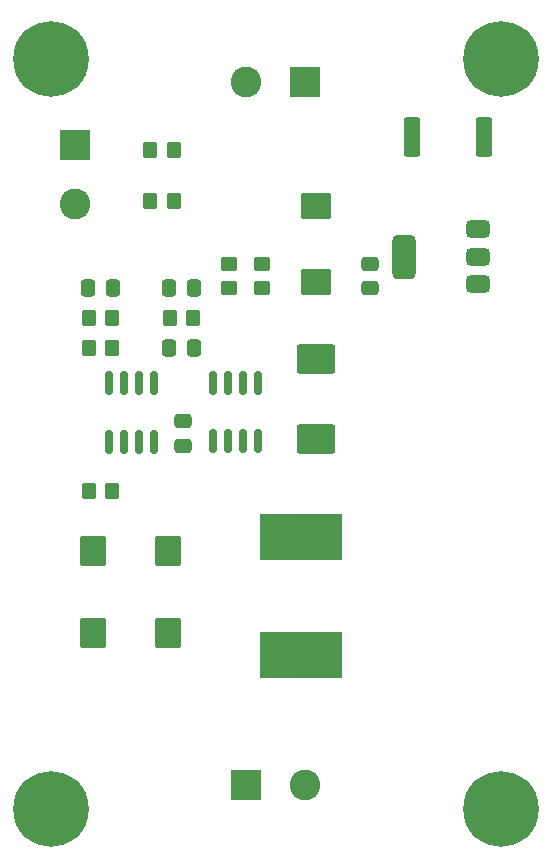
<source format=gts>
%TF.GenerationSoftware,KiCad,Pcbnew,8.0.9*%
%TF.CreationDate,2025-05-16T13:11:34-04:00*%
%TF.ProjectId,groundside-charging,67726f75-6e64-4736-9964-652d63686172,rev?*%
%TF.SameCoordinates,Original*%
%TF.FileFunction,Soldermask,Top*%
%TF.FilePolarity,Negative*%
%FSLAX46Y46*%
G04 Gerber Fmt 4.6, Leading zero omitted, Abs format (unit mm)*
G04 Created by KiCad (PCBNEW 8.0.9) date 2025-05-16 13:11:34*
%MOMM*%
%LPD*%
G01*
G04 APERTURE LIST*
G04 Aperture macros list*
%AMRoundRect*
0 Rectangle with rounded corners*
0 $1 Rounding radius*
0 $2 $3 $4 $5 $6 $7 $8 $9 X,Y pos of 4 corners*
0 Add a 4 corners polygon primitive as box body*
4,1,4,$2,$3,$4,$5,$6,$7,$8,$9,$2,$3,0*
0 Add four circle primitives for the rounded corners*
1,1,$1+$1,$2,$3*
1,1,$1+$1,$4,$5*
1,1,$1+$1,$6,$7*
1,1,$1+$1,$8,$9*
0 Add four rect primitives between the rounded corners*
20,1,$1+$1,$2,$3,$4,$5,0*
20,1,$1+$1,$4,$5,$6,$7,0*
20,1,$1+$1,$6,$7,$8,$9,0*
20,1,$1+$1,$8,$9,$2,$3,0*%
G04 Aperture macros list end*
%ADD10RoundRect,0.250000X0.337500X0.475000X-0.337500X0.475000X-0.337500X-0.475000X0.337500X-0.475000X0*%
%ADD11RoundRect,0.250000X0.350000X0.450000X-0.350000X0.450000X-0.350000X-0.450000X0.350000X-0.450000X0*%
%ADD12RoundRect,0.250000X0.475000X-0.337500X0.475000X0.337500X-0.475000X0.337500X-0.475000X-0.337500X0*%
%ADD13C,0.800000*%
%ADD14C,6.400000*%
%ADD15R,2.600000X2.600000*%
%ADD16C,2.600000*%
%ADD17RoundRect,0.250000X-0.350000X-0.450000X0.350000X-0.450000X0.350000X0.450000X-0.350000X0.450000X0*%
%ADD18RoundRect,0.150000X-0.150000X0.825000X-0.150000X-0.825000X0.150000X-0.825000X0.150000X0.825000X0*%
%ADD19RoundRect,0.250000X-0.337500X-0.475000X0.337500X-0.475000X0.337500X0.475000X-0.337500X0.475000X0*%
%ADD20RoundRect,0.250000X1.025000X-0.875000X1.025000X0.875000X-1.025000X0.875000X-1.025000X-0.875000X0*%
%ADD21RoundRect,0.250000X-1.400000X-1.000000X1.400000X-1.000000X1.400000X1.000000X-1.400000X1.000000X0*%
%ADD22R,7.010400X3.987800*%
%ADD23RoundRect,0.250000X0.875000X1.025000X-0.875000X1.025000X-0.875000X-1.025000X0.875000X-1.025000X0*%
%ADD24RoundRect,0.249999X0.450001X1.425001X-0.450001X1.425001X-0.450001X-1.425001X0.450001X-1.425001X0*%
%ADD25RoundRect,0.250000X-0.450000X0.350000X-0.450000X-0.350000X0.450000X-0.350000X0.450000X0.350000X0*%
%ADD26RoundRect,0.375000X0.625000X0.375000X-0.625000X0.375000X-0.625000X-0.375000X0.625000X-0.375000X0*%
%ADD27RoundRect,0.500000X0.500000X1.400000X-0.500000X1.400000X-0.500000X-1.400000X0.500000X-1.400000X0*%
%ADD28RoundRect,0.250000X0.450000X-0.350000X0.450000X0.350000X-0.450000X0.350000X-0.450000X-0.350000X0*%
G04 APERTURE END LIST*
D10*
%TO.C,C5*%
X74316500Y-115443000D03*
X72241500Y-115443000D03*
%TD*%
D11*
%TO.C,R6*%
X74279000Y-117983000D03*
X72279000Y-117983000D03*
%TD*%
D12*
%TO.C,C1*%
X96139000Y-115464500D03*
X96139000Y-113389500D03*
%TD*%
D13*
%TO.C,H3*%
X66688000Y-159512000D03*
X67390944Y-157814944D03*
X67390944Y-161209056D03*
X69088000Y-157112000D03*
D14*
X69088000Y-159512000D03*
D13*
X69088000Y-161912000D03*
X70785056Y-157814944D03*
X70785056Y-161209056D03*
X71488000Y-159512000D03*
%TD*%
D11*
%TO.C,R8*%
X79486000Y-103759000D03*
X77486000Y-103759000D03*
%TD*%
D15*
%TO.C,J1*%
X85638000Y-157488000D03*
D16*
X90638000Y-157488000D03*
%TD*%
D17*
%TO.C,R4*%
X79137000Y-117983000D03*
X81137000Y-117983000D03*
%TD*%
D11*
%TO.C,R2*%
X74279000Y-132588000D03*
X72279000Y-132588000D03*
%TD*%
D12*
%TO.C,C4*%
X80264000Y-128799500D03*
X80264000Y-126724500D03*
%TD*%
D18*
%TO.C,Q1*%
X86614000Y-128401850D03*
X85344000Y-128401850D03*
X84074000Y-128401850D03*
X82804000Y-128401850D03*
X82804000Y-123451850D03*
X86614000Y-123451850D03*
X85344000Y-123451850D03*
X84074000Y-123451850D03*
%TD*%
D19*
%TO.C,C7*%
X79099500Y-120523000D03*
X81174500Y-120523000D03*
%TD*%
%TO.C,C6*%
X79099500Y-115443000D03*
X81174500Y-115443000D03*
%TD*%
D20*
%TO.C,C8*%
X91567000Y-114935000D03*
X91567000Y-108535000D03*
%TD*%
D21*
%TO.C,D1*%
X91567000Y-121441000D03*
X91567000Y-128241000D03*
%TD*%
D13*
%TO.C,H4*%
X104788000Y-159512000D03*
X105490944Y-157814944D03*
X105490944Y-161209056D03*
X107188000Y-157112000D03*
D14*
X107188000Y-159512000D03*
D13*
X107188000Y-161912000D03*
X108885056Y-157814944D03*
X108885056Y-161209056D03*
X109588000Y-159512000D03*
%TD*%
D22*
%TO.C,L1*%
X90297000Y-146469100D03*
X90297000Y-136486900D03*
%TD*%
D18*
%TO.C,U2*%
X77851000Y-123509000D03*
X76581000Y-123509000D03*
X75311000Y-123509000D03*
X74041000Y-123509000D03*
X74041000Y-128459000D03*
X75311000Y-128459000D03*
X76581000Y-128459000D03*
X77851000Y-128459000D03*
%TD*%
D15*
%TO.C,J2*%
X90638000Y-98036000D03*
D16*
X85638000Y-98036000D03*
%TD*%
D17*
%TO.C,R9*%
X77486000Y-108077000D03*
X79486000Y-108077000D03*
%TD*%
D23*
%TO.C,C2*%
X79019000Y-137668000D03*
X72619000Y-137668000D03*
%TD*%
D24*
%TO.C,R1*%
X105793000Y-102616000D03*
X99693000Y-102616000D03*
%TD*%
D25*
%TO.C,R5*%
X86995000Y-113427000D03*
X86995000Y-115427000D03*
%TD*%
D15*
%TO.C,J3*%
X71112000Y-103291000D03*
D16*
X71112000Y-108291000D03*
%TD*%
D26*
%TO.C,U1*%
X105283000Y-110476000D03*
X105283000Y-112776000D03*
D27*
X98983000Y-112776000D03*
D26*
X105283000Y-115076000D03*
%TD*%
D13*
%TO.C,H1*%
X104788000Y-96012000D03*
X105490944Y-94314944D03*
X105490944Y-97709056D03*
X107188000Y-93612000D03*
D14*
X107188000Y-96012000D03*
D13*
X107188000Y-98412000D03*
X108885056Y-94314944D03*
X108885056Y-97709056D03*
X109588000Y-96012000D03*
%TD*%
D23*
%TO.C,C3*%
X79019000Y-144653000D03*
X72619000Y-144653000D03*
%TD*%
D11*
%TO.C,R7*%
X74279000Y-120523000D03*
X72279000Y-120523000D03*
%TD*%
D28*
%TO.C,R3*%
X84201000Y-115427000D03*
X84201000Y-113427000D03*
%TD*%
D13*
%TO.C,H2*%
X66688000Y-96012000D03*
X67390944Y-94314944D03*
X67390944Y-97709056D03*
X69088000Y-93612000D03*
D14*
X69088000Y-96012000D03*
D13*
X69088000Y-98412000D03*
X70785056Y-94314944D03*
X70785056Y-97709056D03*
X71488000Y-96012000D03*
%TD*%
M02*

</source>
